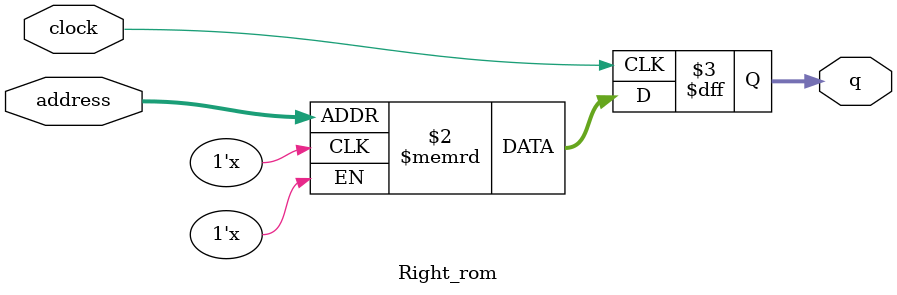
<source format=sv>
module Right_rom (
	input logic clock,
	input logic [8:0] address,
	output logic [3:0] q
);

logic [3:0] memory [0:399] /* synthesis ram_init_file = "./Right/Right.mif" */;

always_ff @ (posedge clock) begin
	q <= memory[address];
end

endmodule

</source>
